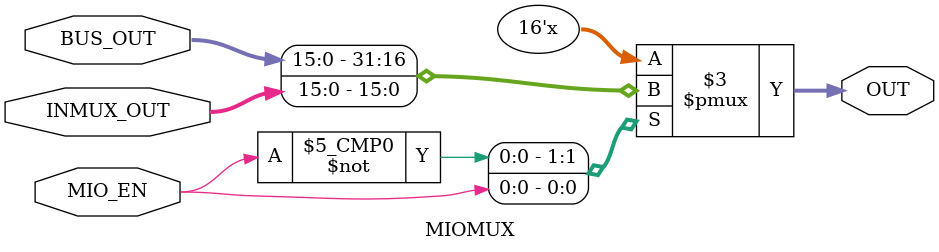
<source format=v>
module SR2MUX(input SR2MUX_SEL,
              input [15:0] IR_SEXT_4_0_OUT,
              input [15:0] SR2_OUT,
              output reg [15:0] OUT = 16'h0000);
    
    always@(*)
        begin
            case (SR2MUX_SEL)
            1'b0: 
                OUT = IR_SEXT_4_0_OUT;
            1'b1:
                OUT = SR2_OUT; 
            endcase
        end
endmodule

module ADDR1MUX(input ADDR1MUX_SEL,
                input [15:0] PC_OUT,
                input [15:0] SR1_OUT,
                output reg [15:0] OUT = 16'h0000);

    always@(*)
        begin
            case(ADDR1MUX_SEL)
            1'b0:
                OUT = PC_OUT;
            1'b1:
                OUT = SR1_OUT;
            endcase
        end
endmodule

module ADDR2MUX(input [1:0] ADDR2MUX_SEL,
                input [15:0] IR_SEXT_10_0_OUT,
                input [15:0] IR_SEXT_8_0_OUT,
                input [15:0] IR_SEXT_5_0_OUT,
                output reg [15:0] OUT = 16'h0000);

    always@(*)
        begin
            case(ADDR2MUX_SEL)
            2'b00:
                OUT = IR_SEXT_10_0_OUT;
            2'b01:
                OUT = IR_SEXT_8_0_OUT;
            2'b10:
                OUT = IR_SEXT_5_0_OUT;
            2'b11:
                OUT = 16'h0000;
            endcase 
        end
endmodule

module MARMUX(input MARMUX_SEL,
              input [15:0] IR_ZEXT_7_0_OUT,
              input [15:0] ADDRMUX_ADDER_OUT,
              output reg [15:0] OUT = 16'h0000);

    always@(*)
        begin
            case(MARMUX_SEL)
            1'b0:
                OUT = IR_ZEXT_7_0_OUT;
            1'b1:
                OUT = ADDRMUX_ADDER_OUT;
            endcase
        end
endmodule

module PCMUX(input [1:0] PCMUX_SEL,
             input [15:0] BUS_OUT,
             input [15:0] ADDRMUX_ADDER_OUT,
             input [15:0] PC_OUT_INC,
             output reg [15:0] OUT = 16'h0000);

    always@(*)
        begin
            case(PCMUX_SEL)
            2'b00:
                OUT = BUS_OUT;
            2'b01:
                OUT = ADDRMUX_ADDER_OUT;
            2'b10:
                OUT = PC_OUT_INC;
            2'b11:
                OUT = 16'h0000;
            endcase
        end
endmodule

module INMUX(input [1:0] INMUX_SEL,
             input [15:0] KBDR_OUT,
             input [15:0] KBSR_OUT,
             input [15:0] DSR_OUT,
             input [15:0] MEM_OUT,
             output reg [15:0] OUT = 16'h0000);

    always@(*)
        begin
            case(INMUX_SEL)
            2'b00:
                OUT = KBDR_OUT;
            2'b01:
                OUT = KBSR_OUT;
            2'b10:
                OUT = DSR_OUT;
            2'b11:
                OUT = MEM_OUT;
            endcase
        end
endmodule

module MIOMUX(input MIO_EN,
              input [15:0] BUS_OUT,
              input [15:0] INMUX_OUT,
              output reg [15:0] OUT = 16'h0000);

    always@(*)
        begin
            case(MIO_EN)
            1'b0:
                OUT = BUS_OUT;
            1'b1:
                OUT = INMUX_OUT;
            endcase
        end
endmodule


</source>
